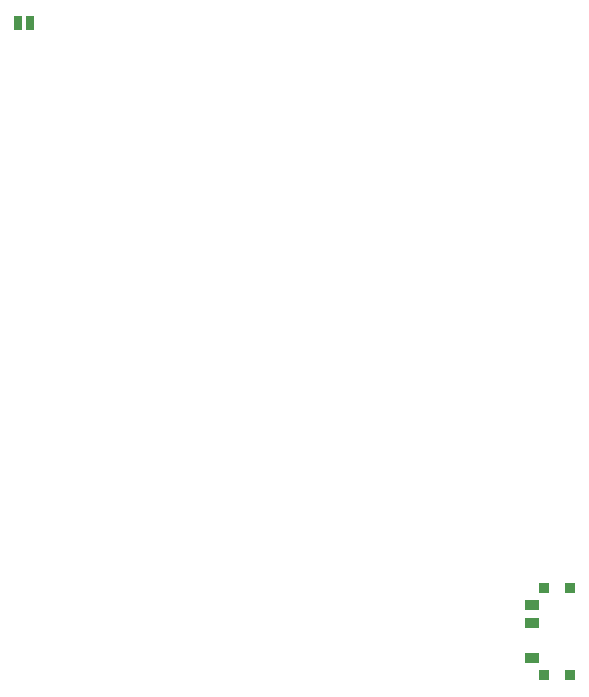
<source format=gtp>
G04 #@! TF.GenerationSoftware,KiCad,Pcbnew,(6.0.4)*
G04 #@! TF.CreationDate,2022-07-01T16:06:35-05:00*
G04 #@! TF.ProjectId,om,6f6d2e6b-6963-4616-945f-706362585858,v1.0.0*
G04 #@! TF.SameCoordinates,Original*
G04 #@! TF.FileFunction,Paste,Top*
G04 #@! TF.FilePolarity,Positive*
%FSLAX46Y46*%
G04 Gerber Fmt 4.6, Leading zero omitted, Abs format (unit mm)*
G04 Created by KiCad (PCBNEW (6.0.4)) date 2022-07-01 16:06:35*
%MOMM*%
%LPD*%
G01*
G04 APERTURE LIST*
%ADD10R,0.900000X0.900000*%
%ADD11R,1.250000X0.900000*%
%ADD12R,0.635000X1.143000*%
G04 APERTURE END LIST*
D10*
X263410000Y-153260000D03*
X261210000Y-153260000D03*
X261210000Y-160660000D03*
X263410000Y-160660000D03*
D11*
X260235000Y-159210000D03*
X260235000Y-156210000D03*
X260235000Y-154710000D03*
D12*
X216659620Y-105460000D03*
X217660380Y-105460000D03*
M02*

</source>
